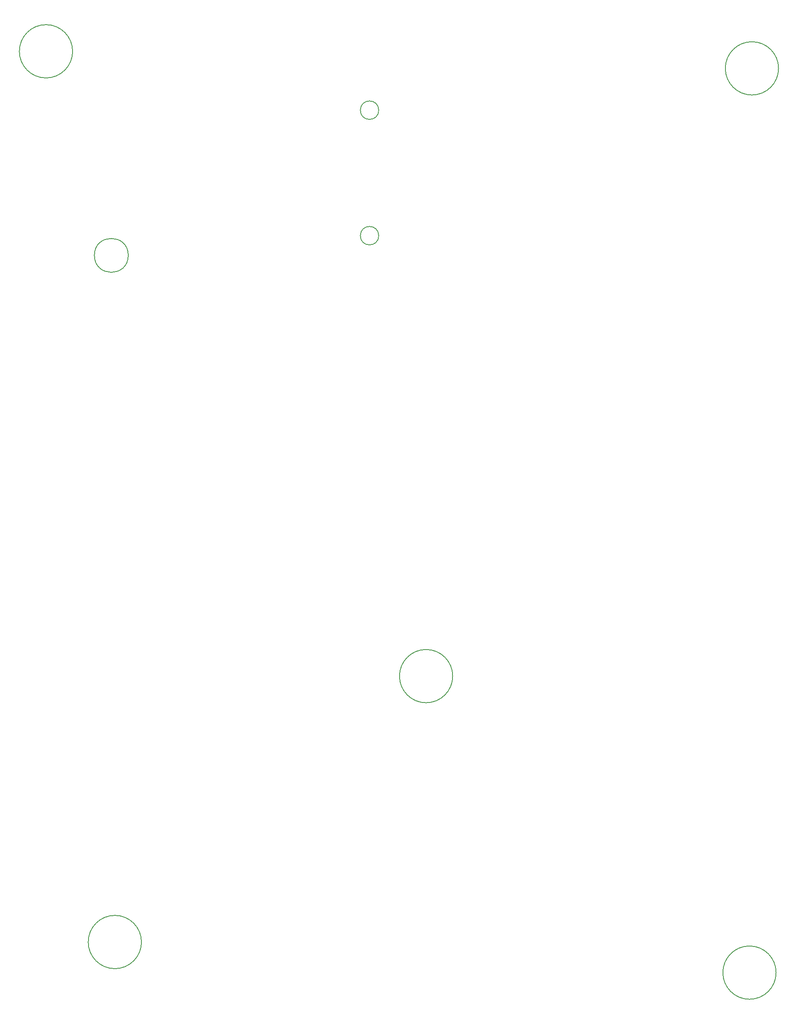
<source format=gbr>
%TF.GenerationSoftware,KiCad,Pcbnew,7.0.11-7.0.11~ubuntu22.04.1*%
%TF.CreationDate,2024-11-08T14:06:27-05:00*%
%TF.ProjectId,coleco_original_main_only,636f6c65-636f-45f6-9f72-6967696e616c,DEV*%
%TF.SameCoordinates,Original*%
%TF.FileFunction,Other,Comment*%
%FSLAX46Y46*%
G04 Gerber Fmt 4.6, Leading zero omitted, Abs format (unit mm)*
G04 Created by KiCad (PCBNEW 7.0.11-7.0.11~ubuntu22.04.1) date 2024-11-08 14:06:27*
%MOMM*%
%LPD*%
G01*
G04 APERTURE LIST*
%ADD10C,0.150000*%
G04 APERTURE END LIST*
D10*
%TO.C,H14*%
X106074000Y-67669000D02*
G75*
G03*
X102274000Y-67669000I-1900000J0D01*
G01*
X102274000Y-67669000D02*
G75*
G03*
X106074000Y-67669000I1900000J0D01*
G01*
%TO.C,H5*%
X121358000Y-158601000D02*
G75*
G03*
X110358000Y-158601000I-5500000J0D01*
G01*
X110358000Y-158601000D02*
G75*
G03*
X121358000Y-158601000I5500000J0D01*
G01*
%TO.C,H13*%
X54334000Y-71733000D02*
G75*
G03*
X47334000Y-71733000I-3500000J0D01*
G01*
X47334000Y-71733000D02*
G75*
G03*
X54334000Y-71733000I3500000J0D01*
G01*
%TO.C,H1*%
X57062000Y-213499000D02*
G75*
G03*
X46062000Y-213499000I-5500000J0D01*
G01*
X46062000Y-213499000D02*
G75*
G03*
X57062000Y-213499000I5500000J0D01*
G01*
%TO.C,H15*%
X106074000Y-41761000D02*
G75*
G03*
X102274000Y-41761000I-1900000J0D01*
G01*
X102274000Y-41761000D02*
G75*
G03*
X106074000Y-41761000I1900000J0D01*
G01*
%TO.C,H2*%
X42838000Y-29603000D02*
G75*
G03*
X31838000Y-29603000I-5500000J0D01*
G01*
X31838000Y-29603000D02*
G75*
G03*
X42838000Y-29603000I5500000J0D01*
G01*
%TO.C,H4*%
X188668000Y-33125000D02*
G75*
G03*
X177668000Y-33125000I-5500000J0D01*
G01*
X177668000Y-33125000D02*
G75*
G03*
X188668000Y-33125000I5500000J0D01*
G01*
%TO.C,H3*%
X188160000Y-219815000D02*
G75*
G03*
X177160000Y-219815000I-5500000J0D01*
G01*
X177160000Y-219815000D02*
G75*
G03*
X188160000Y-219815000I5500000J0D01*
G01*
%TD*%
M02*

</source>
